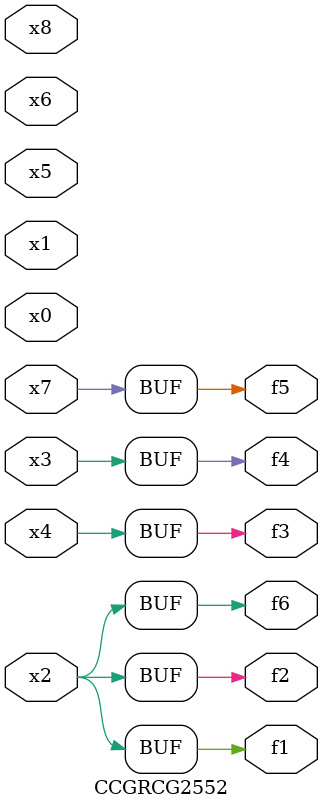
<source format=v>
module CCGRCG2552(
	input x0, x1, x2, x3, x4, x5, x6, x7, x8,
	output f1, f2, f3, f4, f5, f6
);
	assign f1 = x2;
	assign f2 = x2;
	assign f3 = x4;
	assign f4 = x3;
	assign f5 = x7;
	assign f6 = x2;
endmodule

</source>
